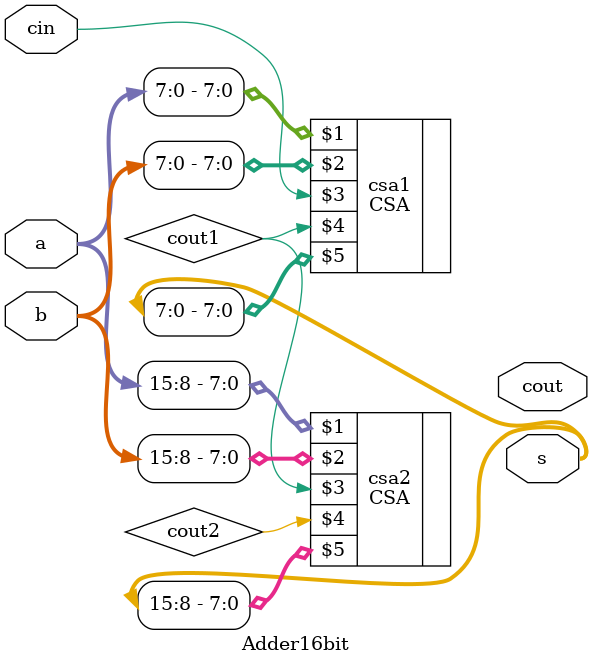
<source format=v>
`timescale 1ns / 1ps


module Adder16bit(
    input [15:0] a,
    input [15:0] b,
    input cin,
    output cout,
    output [15:0] s
    );
    
    wire cout1, cout2, cout3;
    
    CSA csa1(a[7:0], b[7:0], cin, cout1, s[7:0]);
    CSA csa2(a[15:8], b[15:8], cout1, cout2, s[15:8]);
    
endmodule

</source>
